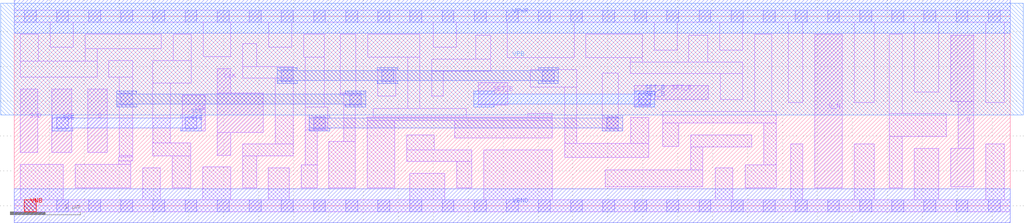
<source format=lef>
# Copyright 2020 The SkyWater PDK Authors
#
# Licensed under the Apache License, Version 2.0 (the "License");
# you may not use this file except in compliance with the License.
# You may obtain a copy of the License at
#
#     https://www.apache.org/licenses/LICENSE-2.0
#
# Unless required by applicable law or agreed to in writing, software
# distributed under the License is distributed on an "AS IS" BASIS,
# WITHOUT WARRANTIES OR CONDITIONS OF ANY KIND, either express or implied.
# See the License for the specific language governing permissions and
# limitations under the License.
#
# SPDX-License-Identifier: Apache-2.0

VERSION 5.7 ;
  NOWIREEXTENSIONATPIN ON ;
  DIVIDERCHAR "/" ;
  BUSBITCHARS "[]" ;
MACRO sky130_fd_sc_hd__sdfsbp_2
  CLASS CORE ;
  FOREIGN sky130_fd_sc_hd__sdfsbp_2 ;
  ORIGIN  0.000000  0.000000 ;
  SIZE  14.26000 BY  2.720000 ;
  SYMMETRY X Y R90 ;
  SITE unithd ;
  PIN D
    ANTENNAGATEAREA  0.159000 ;
    DIRECTION INPUT ;
    USE SIGNAL ;
    PORT
      LAYER li1 ;
        RECT 1.050000 0.765000 1.335000 1.675000 ;
    END
  END D
  PIN Q
    ANTENNADIFFAREA  0.445500 ;
    DIRECTION OUTPUT ;
    USE SIGNAL ;
    PORT
      LAYER li1 ;
        RECT 13.410000 0.275000 13.740000 0.825000 ;
        RECT 13.410000 1.495000 13.740000 2.450000 ;
        RECT 13.515000 0.825000 13.740000 1.495000 ;
    END
  END Q
  PIN Q_N
    ANTENNADIFFAREA  0.445500 ;
    DIRECTION OUTPUT ;
    USE SIGNAL ;
    PORT
      LAYER li1 ;
        RECT 11.460000 0.255000 11.855000 2.465000 ;
    END
  END Q_N
  PIN SCD
    ANTENNAGATEAREA  0.159000 ;
    DIRECTION INPUT ;
    USE SIGNAL ;
    PORT
      LAYER li1 ;
        RECT 0.085000 0.765000 0.340000 1.675000 ;
    END
  END SCD
  PIN SCE
    ANTENNAGATEAREA  0.318000 ;
    DIRECTION INPUT ;
    USE SIGNAL ;
    PORT
      LAYER li1 ;
        RECT 0.540000 0.765000 0.820000 1.675000 ;
      LAYER mcon ;
        RECT 0.605000 1.105000 0.775000 1.275000 ;
    END
    PORT
      LAYER li1 ;
        RECT 2.405000 1.075000 2.735000 1.590000 ;
      LAYER mcon ;
        RECT 2.445000 1.105000 2.615000 1.275000 ;
    END
    PORT
      LAYER met1 ;
        RECT 0.545000 1.075000 0.835000 1.120000 ;
        RECT 0.545000 1.120000 2.675000 1.260000 ;
        RECT 0.545000 1.260000 0.835000 1.305000 ;
        RECT 2.385000 1.075000 2.675000 1.120000 ;
        RECT 2.385000 1.260000 2.675000 1.305000 ;
    END
  END SCE
  PIN SET_B
    ANTENNAGATEAREA  0.252000 ;
    DIRECTION INPUT ;
    USE SIGNAL ;
    PORT
      LAYER li1 ;
        RECT 6.640000 1.445000 7.065000 1.765000 ;
    END
    PORT
      LAYER li1 ;
        RECT 8.880000 1.435000 9.115000 1.525000 ;
        RECT 8.880000 1.525000 9.935000 1.725000 ;
      LAYER mcon ;
        RECT 8.940000 1.445000 9.110000 1.615000 ;
    END
    PORT
      LAYER met1 ;
        RECT 6.580000 1.415000 6.870000 1.460000 ;
        RECT 6.580000 1.460000 9.170000 1.600000 ;
        RECT 6.580000 1.600000 6.870000 1.645000 ;
        RECT 8.880000 1.415000 9.170000 1.460000 ;
        RECT 8.880000 1.600000 9.170000 1.645000 ;
    END
  END SET_B
  PIN VNB
    PORT
      LAYER pwell ;
        RECT 0.145000 -0.085000 0.315000 0.085000 ;
    END
  END VNB
  PIN VPB
    PORT
      LAYER nwell ;
        RECT -0.190000 1.305000 14.450000 2.910000 ;
    END
  END VPB
  PIN CLK
    ANTENNAGATEAREA  0.159000 ;
    DIRECTION INPUT ;
    USE CLOCK ;
    PORT
      LAYER li1 ;
        RECT 2.905000 0.725000 3.100000 1.055000 ;
        RECT 2.905000 1.055000 3.565000 1.615000 ;
        RECT 2.905000 1.615000 3.100000 1.970000 ;
    END
  END CLK
  PIN VGND
    DIRECTION INOUT ;
    SHAPE ABUTMENT ;
    USE GROUND ;
    PORT
      LAYER met1 ;
        RECT 0.000000 -0.240000 14.260000 0.240000 ;
    END
  END VGND
  PIN VPWR
    DIRECTION INOUT ;
    SHAPE ABUTMENT ;
    USE POWER ;
    PORT
      LAYER met1 ;
        RECT 0.000000 2.480000 14.260000 2.960000 ;
    END
  END VPWR
  OBS
    LAYER li1 ;
      RECT  0.000000 -0.085000 14.260000 0.085000 ;
      RECT  0.000000  2.635000 14.260000 2.805000 ;
      RECT  0.085000  0.085000  0.700000 0.595000 ;
      RECT  0.085000  1.845000  1.185000 2.075000 ;
      RECT  0.085000  2.075000  0.345000 2.465000 ;
      RECT  0.515000  2.275000  0.845000 2.635000 ;
      RECT  0.870000  0.255000  1.670000 0.595000 ;
      RECT  1.015000  2.075000  1.185000 2.255000 ;
      RECT  1.015000  2.255000  2.105000 2.465000 ;
      RECT  1.355000  1.845000  1.695000 2.085000 ;
      RECT  1.495000  0.595000  1.670000 0.645000 ;
      RECT  1.495000  0.645000  1.695000 0.705000 ;
      RECT  1.500000  0.705000  1.695000 0.720000 ;
      RECT  1.505000  0.720000  1.695000 1.845000 ;
      RECT  1.840000  0.085000  2.090000 0.545000 ;
      RECT  1.980000  0.715000  2.530000 0.905000 ;
      RECT  1.980000  0.905000  2.235000 1.760000 ;
      RECT  1.980000  1.760000  2.535000 2.085000 ;
      RECT  2.260000  0.255000  2.530000 0.715000 ;
      RECT  2.275000  2.085000  2.535000 2.465000 ;
      RECT  2.700000  0.085000  3.100000 0.555000 ;
      RECT  2.705000  2.140000  3.100000 2.635000 ;
      RECT  3.270000  0.255000  3.470000 0.715000 ;
      RECT  3.270000  0.715000  3.995000 0.885000 ;
      RECT  3.270000  1.830000  3.995000 2.000000 ;
      RECT  3.270000  2.000000  3.475000 2.325000 ;
      RECT  3.640000  0.085000  3.940000 0.545000 ;
      RECT  3.645000  2.275000  3.975000 2.635000 ;
      RECT  3.735000  0.885000  3.995000 1.830000 ;
      RECT  4.110000  0.255000  4.335000 0.585000 ;
      RECT  4.145000  2.135000  4.440000 2.465000 ;
      RECT  4.165000  0.585000  4.335000 1.090000 ;
      RECT  4.165000  1.090000  4.490000 1.420000 ;
      RECT  4.165000  1.420000  4.440000 2.135000 ;
      RECT  4.505000  0.255000  4.885000 0.920000 ;
      RECT  4.665000  1.590000  4.970000 1.615000 ;
      RECT  4.665000  1.615000  4.890000 2.465000 ;
      RECT  4.715000  0.920000  4.885000 1.445000 ;
      RECT  4.715000  1.445000  4.970000 1.590000 ;
      RECT  5.055000  0.255000  5.450000 1.225000 ;
      RECT  5.055000  1.225000  7.705000 1.275000 ;
      RECT  5.060000  2.135000  5.805000 2.465000 ;
      RECT  5.140000  1.275000  6.475000 1.395000 ;
      RECT  5.205000  1.575000  5.465000 1.955000 ;
      RECT  5.620000  0.635000  6.550000 0.805000 ;
      RECT  5.620000  0.805000  6.015000 1.015000 ;
      RECT  5.635000  1.395000  5.805000 2.135000 ;
      RECT  5.665000  0.085000  6.165000 0.465000 ;
      RECT  5.975000  1.575000  6.145000 1.935000 ;
      RECT  5.975000  1.935000  6.820000 2.105000 ;
      RECT  6.000000  2.275000  6.330000 2.635000 ;
      RECT  6.305000  0.975000  7.705000 1.225000 ;
      RECT  6.335000  0.255000  6.550000 0.635000 ;
      RECT  6.605000  2.105000  6.820000 2.450000 ;
      RECT  6.720000  0.085000  7.705000 0.805000 ;
      RECT  7.060000  2.125000  8.015000 2.635000 ;
      RECT  7.355000  1.275000  7.705000 1.325000 ;
      RECT  7.385000  1.705000  8.055000 1.955000 ;
      RECT  7.885000  0.695000  9.085000 0.895000 ;
      RECT  7.885000  0.895000  8.055000 1.705000 ;
      RECT  8.185000  2.125000  8.990000 2.460000 ;
      RECT  8.420000  1.075000  8.650000 1.905000 ;
      RECT  8.465000  0.275000  9.855000 0.515000 ;
      RECT  8.820000  1.895000 10.430000 2.065000 ;
      RECT  8.820000  2.065000  8.990000 2.125000 ;
      RECT  8.830000  0.895000  9.085000 1.265000 ;
      RECT  9.160000  2.235000  9.490000 2.635000 ;
      RECT  9.285000  0.855000  9.515000 1.185000 ;
      RECT  9.285000  1.185000 10.910000 1.355000 ;
      RECT  9.660000  2.065000  9.930000 2.450000 ;
      RECT  9.685000  0.515000  9.855000 0.845000 ;
      RECT  9.685000  0.845000 10.560000 1.015000 ;
      RECT 10.035000  0.085000 10.285000 0.545000 ;
      RECT 10.100000  2.235000 10.430000 2.635000 ;
      RECT 10.105000  1.525000 10.430000 1.895000 ;
      RECT 10.465000  0.255000 10.910000 0.585000 ;
      RECT 10.600000  1.355000 10.845000 2.465000 ;
      RECT 10.730000  0.585000 10.910000 1.185000 ;
      RECT 11.080000  1.485000 11.290000 2.635000 ;
      RECT 11.120000  0.085000 11.290000 0.885000 ;
      RECT 12.025000  0.085000 12.315000 0.885000 ;
      RECT 12.025000  1.485000 12.315000 2.635000 ;
      RECT 12.530000  0.255000 12.715000 0.995000 ;
      RECT 12.530000  0.995000 13.345000 1.325000 ;
      RECT 12.530000  1.325000 12.715000 2.465000 ;
      RECT 12.885000  0.085000 13.240000 0.825000 ;
      RECT 12.885000  1.635000 13.240000 2.635000 ;
      RECT 13.910000  0.085000 14.175000 0.885000 ;
      RECT 13.910000  1.485000 14.175000 2.635000 ;
    LAYER mcon ;
      RECT  0.145000 -0.085000  0.315000 0.085000 ;
      RECT  0.145000  2.635000  0.315000 2.805000 ;
      RECT  0.605000 -0.085000  0.775000 0.085000 ;
      RECT  0.605000  2.635000  0.775000 2.805000 ;
      RECT  1.065000 -0.085000  1.235000 0.085000 ;
      RECT  1.065000  2.635000  1.235000 2.805000 ;
      RECT  1.525000 -0.085000  1.695000 0.085000 ;
      RECT  1.525000  1.445000  1.695000 1.615000 ;
      RECT  1.525000  2.635000  1.695000 2.805000 ;
      RECT  1.985000 -0.085000  2.155000 0.085000 ;
      RECT  1.985000  2.635000  2.155000 2.805000 ;
      RECT  2.445000 -0.085000  2.615000 0.085000 ;
      RECT  2.445000  2.635000  2.615000 2.805000 ;
      RECT  2.905000 -0.085000  3.075000 0.085000 ;
      RECT  2.905000  2.635000  3.075000 2.805000 ;
      RECT  3.365000 -0.085000  3.535000 0.085000 ;
      RECT  3.365000  2.635000  3.535000 2.805000 ;
      RECT  3.825000 -0.085000  3.995000 0.085000 ;
      RECT  3.825000  1.785000  3.995000 1.955000 ;
      RECT  3.825000  2.635000  3.995000 2.805000 ;
      RECT  4.285000 -0.085000  4.455000 0.085000 ;
      RECT  4.285000  1.105000  4.455000 1.275000 ;
      RECT  4.285000  2.635000  4.455000 2.805000 ;
      RECT  4.745000 -0.085000  4.915000 0.085000 ;
      RECT  4.745000  2.635000  4.915000 2.805000 ;
      RECT  4.800000  1.445000  4.970000 1.615000 ;
      RECT  5.205000 -0.085000  5.375000 0.085000 ;
      RECT  5.205000  2.635000  5.375000 2.805000 ;
      RECT  5.260000  1.785000  5.430000 1.955000 ;
      RECT  5.665000 -0.085000  5.835000 0.085000 ;
      RECT  5.665000  2.635000  5.835000 2.805000 ;
      RECT  6.125000 -0.085000  6.295000 0.085000 ;
      RECT  6.125000  2.635000  6.295000 2.805000 ;
      RECT  6.585000 -0.085000  6.755000 0.085000 ;
      RECT  6.585000  2.635000  6.755000 2.805000 ;
      RECT  7.045000 -0.085000  7.215000 0.085000 ;
      RECT  7.045000  2.635000  7.215000 2.805000 ;
      RECT  7.505000 -0.085000  7.675000 0.085000 ;
      RECT  7.505000  2.635000  7.675000 2.805000 ;
      RECT  7.560000  1.785000  7.730000 1.955000 ;
      RECT  7.965000 -0.085000  8.135000 0.085000 ;
      RECT  7.965000  2.635000  8.135000 2.805000 ;
      RECT  8.425000 -0.085000  8.595000 0.085000 ;
      RECT  8.425000  2.635000  8.595000 2.805000 ;
      RECT  8.480000  1.105000  8.650000 1.275000 ;
      RECT  8.885000 -0.085000  9.055000 0.085000 ;
      RECT  8.885000  2.635000  9.055000 2.805000 ;
      RECT  9.345000 -0.085000  9.515000 0.085000 ;
      RECT  9.345000  2.635000  9.515000 2.805000 ;
      RECT  9.805000 -0.085000  9.975000 0.085000 ;
      RECT  9.805000  2.635000  9.975000 2.805000 ;
      RECT 10.265000 -0.085000 10.435000 0.085000 ;
      RECT 10.265000  2.635000 10.435000 2.805000 ;
      RECT 10.725000 -0.085000 10.895000 0.085000 ;
      RECT 10.725000  2.635000 10.895000 2.805000 ;
      RECT 11.185000 -0.085000 11.355000 0.085000 ;
      RECT 11.185000  2.635000 11.355000 2.805000 ;
      RECT 11.645000 -0.085000 11.815000 0.085000 ;
      RECT 11.645000  2.635000 11.815000 2.805000 ;
      RECT 12.105000 -0.085000 12.275000 0.085000 ;
      RECT 12.105000  2.635000 12.275000 2.805000 ;
      RECT 12.565000 -0.085000 12.735000 0.085000 ;
      RECT 12.565000  2.635000 12.735000 2.805000 ;
      RECT 13.025000 -0.085000 13.195000 0.085000 ;
      RECT 13.025000  2.635000 13.195000 2.805000 ;
      RECT 13.485000 -0.085000 13.655000 0.085000 ;
      RECT 13.485000  2.635000 13.655000 2.805000 ;
      RECT 13.945000 -0.085000 14.115000 0.085000 ;
      RECT 13.945000  2.635000 14.115000 2.805000 ;
    LAYER met1 ;
      RECT 1.465000 1.415000 1.755000 1.460000 ;
      RECT 1.465000 1.460000 5.030000 1.600000 ;
      RECT 1.465000 1.600000 1.755000 1.645000 ;
      RECT 3.765000 1.755000 4.055000 1.800000 ;
      RECT 3.765000 1.800000 7.790000 1.940000 ;
      RECT 3.765000 1.940000 4.055000 1.985000 ;
      RECT 4.225000 1.075000 4.515000 1.120000 ;
      RECT 4.225000 1.120000 8.710000 1.260000 ;
      RECT 4.225000 1.260000 4.515000 1.305000 ;
      RECT 4.740000 1.415000 5.030000 1.460000 ;
      RECT 4.740000 1.600000 5.030000 1.645000 ;
      RECT 5.200000 1.755000 5.490000 1.800000 ;
      RECT 5.200000 1.940000 5.490000 1.985000 ;
      RECT 7.500000 1.755000 7.790000 1.800000 ;
      RECT 7.500000 1.940000 7.790000 1.985000 ;
      RECT 8.420000 1.075000 8.710000 1.120000 ;
      RECT 8.420000 1.260000 8.710000 1.305000 ;
  END
END sky130_fd_sc_hd__sdfsbp_2
END LIBRARY

</source>
